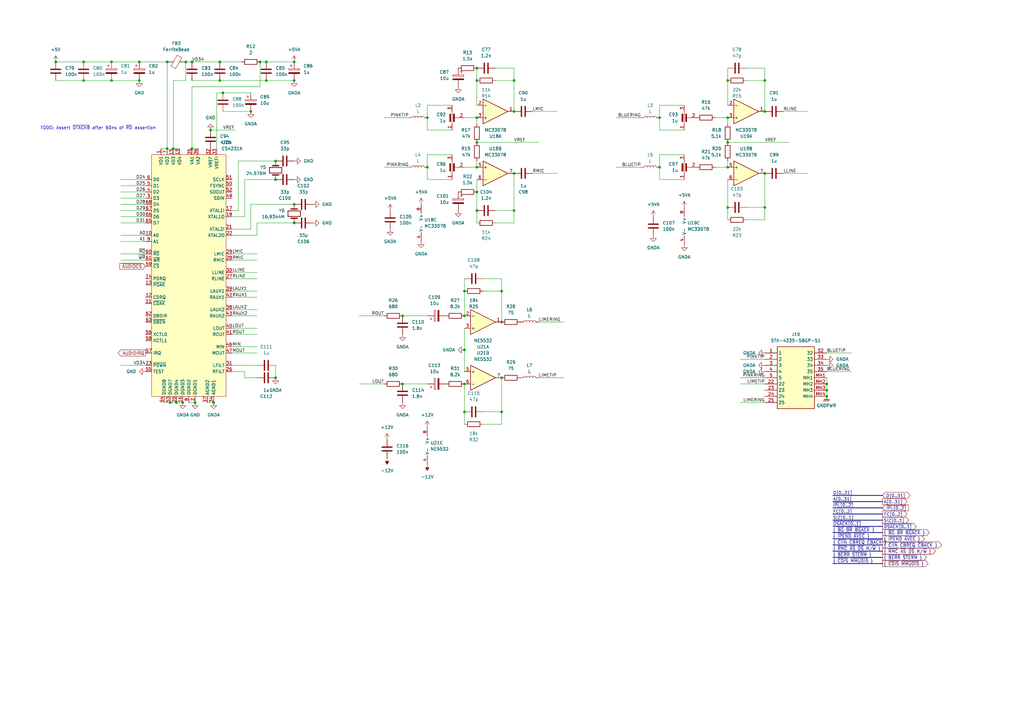
<source format=kicad_sch>
(kicad_sch (version 20230121) (generator eeschema)
  (paper "A3")
  (junction (at 120.65 83.82))
  (junction (at 57.15 25.4))
  (junction (at 102.87 45.72))
  (junction (at 175.26 68.58))
  (junction (at 45.72 25.4))
  (junction (at 175.26 48.26))
  (junction (at 298.45 33.02))
  (junction (at 195.58 58.42))
  (junction (at 120.65 25.4))
  (junction (at 313.69 33.02))
  (junction (at 120.65 91.44))
  (junction (at 210.82 33.02))
  (junction (at 205.74 119.38))
  (junction (at 339.09 162.56))
  (junction (at 90.17 33.02))
  (junction (at 109.22 33.02))
  (junction (at 210.82 71.12))
  (junction (at 113.03 73.66))
  (junction (at 270.51 48.26))
  (junction (at 91.44 38.1))
  (junction (at 34.29 33.02))
  (junction (at 109.22 25.4))
  (junction (at 190.5 143.51))
  (junction (at 195.58 48.26))
  (junction (at 298.45 48.26))
  (junction (at 190.5 119.38))
  (junction (at 90.17 25.4))
  (junction (at 195.58 78.74))
  (junction (at 298.45 85.09))
  (junction (at 205.74 154.94))
  (junction (at 313.69 45.72))
  (junction (at 87.63 165.1))
  (junction (at 190.5 157.48))
  (junction (at 165.1 129.54))
  (junction (at 68.58 25.4))
  (junction (at 71.12 60.96))
  (junction (at 113.03 66.04))
  (junction (at 165.1 157.48))
  (junction (at 69.85 165.1))
  (junction (at 195.58 86.36))
  (junction (at 313.69 85.09))
  (junction (at 313.69 71.12))
  (junction (at 72.39 165.1))
  (junction (at 45.72 33.02))
  (junction (at 68.58 60.96))
  (junction (at 80.01 165.1))
  (junction (at 270.51 68.58))
  (junction (at 86.36 53.34))
  (junction (at 74.93 165.1))
  (junction (at 106.68 25.4))
  (junction (at 22.86 25.4))
  (junction (at 195.58 27.94))
  (junction (at 339.09 157.48))
  (junction (at 339.09 160.02))
  (junction (at 190.5 168.91))
  (junction (at 78.74 60.96))
  (junction (at 195.58 33.02))
  (junction (at 298.45 68.58))
  (junction (at 120.65 33.02))
  (junction (at 34.29 25.4))
  (junction (at 210.82 86.36))
  (junction (at 76.2 25.4))
  (junction (at 205.74 132.08))
  (junction (at 195.58 68.58))
  (junction (at 113.03 154.94))
  (junction (at 190.5 129.54))
  (junction (at 210.82 45.72))
  (junction (at 57.15 33.02))
  (junction (at 78.74 25.4))
  (junction (at 205.74 168.91))
  (junction (at 298.45 58.42))
  (wire (pts (xy 45.72 33.02) (xy 34.29 33.02)))
  (wire (pts (xy 49.53 106.68) (xy 59.69 106.68)))
  (wire (pts (xy 100.33 88.9) (xy 100.33 73.66)))
  (wire (pts (xy 76.2 33.02) (xy 71.12 33.02)))
  (wire (pts (xy 167.64 48.26) (xy 157.48 48.26)))
  (wire (pts (xy 95.25 86.36) (xy 97.79 86.36)))
  (wire (pts (xy 198.12 173.99) (xy 205.74 173.99)))
  (wire (pts (xy 100.33 154.94) (xy 105.41 154.94)))
  (wire (pts (xy 195.58 66.04) (xy 195.58 68.58)))
  (wire (pts (xy 175.26 48.26) (xy 175.26 53.34)))
  (wire (pts (xy 298.45 73.66) (xy 298.45 85.09)))
  (wire (pts (xy 270.51 48.26) (xy 270.51 53.34)))
  (wire (pts (xy 298.45 85.09) (xy 298.45 90.17)))
  (wire (pts (xy 57.15 33.02) (xy 45.72 33.02)))
  (wire (pts (xy 49.53 76.2) (xy 59.69 76.2)))
  (wire (pts (xy 203.2 33.02) (xy 210.82 33.02)))
  (bus (pts (xy 341.63 203.2) (xy 361.95 203.2)))
  (wire (pts (xy 270.51 68.58) (xy 270.51 73.66)))
  (wire (pts (xy 109.22 25.4) (xy 106.68 25.4)))
  (wire (pts (xy 298.45 33.02) (xy 298.45 43.18)))
  (wire (pts (xy 339.09 152.4) (xy 349.25 152.4)))
  (wire (pts (xy 49.53 88.9) (xy 59.69 88.9)))
  (wire (pts (xy 100.33 152.4) (xy 95.25 152.4)))
  (wire (pts (xy 210.82 71.12) (xy 210.82 86.36)))
  (bus (pts (xy 341.63 231.14) (xy 361.95 231.14)))
  (wire (pts (xy 220.98 154.94) (xy 231.14 154.94)))
  (wire (pts (xy 105.41 91.44) (xy 105.41 96.52)))
  (wire (pts (xy 86.36 53.34) (xy 96.52 53.34)))
  (wire (pts (xy 321.31 45.72) (xy 331.47 45.72)))
  (bus (pts (xy 341.63 213.36) (xy 361.95 213.36)))
  (wire (pts (xy 95.25 121.92) (xy 105.41 121.92)))
  (wire (pts (xy 76.2 25.4) (xy 76.2 33.02)))
  (wire (pts (xy 270.51 63.5) (xy 270.51 68.58)))
  (wire (pts (xy 165.1 129.54) (xy 175.26 129.54)))
  (wire (pts (xy 71.12 33.02) (xy 71.12 60.96)))
  (wire (pts (xy 306.07 33.02) (xy 313.69 33.02)))
  (wire (pts (xy 95.25 134.62) (xy 105.41 134.62)))
  (wire (pts (xy 49.53 149.86) (xy 59.69 149.86)))
  (wire (pts (xy 106.68 25.4) (xy 106.68 35.56)))
  (wire (pts (xy 68.58 25.4) (xy 68.58 60.96)))
  (bus (pts (xy 341.63 208.28) (xy 361.95 208.28)))
  (wire (pts (xy 95.25 93.98) (xy 102.87 93.98)))
  (wire (pts (xy 49.53 104.14) (xy 59.69 104.14)))
  (wire (pts (xy 270.51 73.66) (xy 280.67 73.66)))
  (wire (pts (xy 313.69 33.02) (xy 313.69 45.72)))
  (wire (pts (xy 78.74 35.56) (xy 78.74 60.96)))
  (wire (pts (xy 175.26 68.58) (xy 175.26 73.66)))
  (wire (pts (xy 298.45 27.94) (xy 298.45 33.02)))
  (bus (pts (xy 341.63 218.44) (xy 361.95 218.44)))
  (wire (pts (xy 102.87 93.98) (xy 102.87 83.82)))
  (wire (pts (xy 339.09 157.48) (xy 339.09 154.94)))
  (wire (pts (xy 203.2 91.44) (xy 210.82 91.44)))
  (wire (pts (xy 95.25 106.68) (xy 105.41 106.68)))
  (bus (pts (xy 341.63 220.98) (xy 361.95 220.98)))
  (wire (pts (xy 313.69 27.94) (xy 313.69 33.02)))
  (wire (pts (xy 203.2 27.94) (xy 210.82 27.94)))
  (wire (pts (xy 198.12 114.3) (xy 205.74 114.3)))
  (wire (pts (xy 313.69 154.94) (xy 303.53 154.94)))
  (wire (pts (xy 49.53 99.06) (xy 59.69 99.06)))
  (wire (pts (xy 280.67 63.5) (xy 270.51 63.5)))
  (wire (pts (xy 95.25 144.78) (xy 105.41 144.78)))
  (wire (pts (xy 175.26 63.5) (xy 175.26 68.58)))
  (wire (pts (xy 298.45 68.58) (xy 298.45 66.04)))
  (wire (pts (xy 109.22 33.02) (xy 120.65 33.02)))
  (wire (pts (xy 190.5 48.26) (xy 195.58 48.26)))
  (wire (pts (xy 102.87 45.72) (xy 91.44 45.72)))
  (wire (pts (xy 306.07 27.94) (xy 313.69 27.94)))
  (wire (pts (xy 120.65 25.4) (xy 109.22 25.4)))
  (wire (pts (xy 49.53 78.74) (xy 59.69 78.74)))
  (wire (pts (xy 99.06 25.4) (xy 90.17 25.4)))
  (wire (pts (xy 34.29 33.02) (xy 22.86 33.02)))
  (wire (pts (xy 203.2 86.36) (xy 210.82 86.36)))
  (wire (pts (xy 71.12 60.96) (xy 73.66 60.96)))
  (wire (pts (xy 78.74 33.02) (xy 90.17 33.02)))
  (wire (pts (xy 339.09 162.56) (xy 339.09 160.02)))
  (wire (pts (xy 195.58 50.8) (xy 195.58 48.26)))
  (wire (pts (xy 57.15 25.4) (xy 68.58 25.4)))
  (wire (pts (xy 95.25 104.14) (xy 105.41 104.14)))
  (wire (pts (xy 74.93 165.1) (xy 72.39 165.1)))
  (wire (pts (xy 313.69 165.1) (xy 303.53 165.1)))
  (wire (pts (xy 306.07 90.17) (xy 313.69 90.17)))
  (wire (pts (xy 95.25 88.9) (xy 100.33 88.9)))
  (wire (pts (xy 195.58 73.66) (xy 195.58 78.74)))
  (wire (pts (xy 72.39 165.1) (xy 69.85 165.1)))
  (wire (pts (xy 105.41 96.52) (xy 95.25 96.52)))
  (wire (pts (xy 313.69 71.12) (xy 313.69 85.09)))
  (wire (pts (xy 195.58 33.02) (xy 195.58 43.18)))
  (wire (pts (xy 195.58 86.36) (xy 195.58 91.44)))
  (wire (pts (xy 49.53 96.52) (xy 59.69 96.52)))
  (wire (pts (xy 95.25 129.54) (xy 105.41 129.54)))
  (wire (pts (xy 78.74 35.56) (xy 106.68 35.56)))
  (wire (pts (xy 157.48 157.48) (xy 147.32 157.48)))
  (bus (pts (xy 341.63 228.6) (xy 361.95 228.6)))
  (wire (pts (xy 95.25 149.86) (xy 105.41 149.86)))
  (wire (pts (xy 95.25 114.3) (xy 105.41 114.3)))
  (wire (pts (xy 80.01 165.1) (xy 77.47 165.1)))
  (wire (pts (xy 49.53 81.28) (xy 59.69 81.28)))
  (wire (pts (xy 190.5 143.51) (xy 190.5 152.4)))
  (wire (pts (xy 195.58 27.94) (xy 195.58 33.02)))
  (wire (pts (xy 95.25 127) (xy 105.41 127)))
  (wire (pts (xy 270.51 53.34) (xy 280.67 53.34)))
  (wire (pts (xy 198.12 119.38) (xy 205.74 119.38)))
  (bus (pts (xy 341.63 223.52) (xy 361.95 223.52)))
  (wire (pts (xy 95.25 142.24) (xy 105.41 142.24)))
  (wire (pts (xy 339.09 144.78) (xy 349.25 144.78)))
  (wire (pts (xy 313.69 147.32) (xy 303.53 147.32)))
  (wire (pts (xy 190.5 114.3) (xy 190.5 119.38)))
  (wire (pts (xy 293.37 48.26) (xy 298.45 48.26)))
  (wire (pts (xy 321.31 71.12) (xy 331.47 71.12)))
  (wire (pts (xy 190.5 119.38) (xy 190.5 129.54)))
  (wire (pts (xy 190.5 68.58) (xy 195.58 68.58)))
  (wire (pts (xy 22.86 25.4) (xy 34.29 25.4)))
  (wire (pts (xy 95.25 137.16) (xy 105.41 137.16)))
  (wire (pts (xy 306.07 85.09) (xy 313.69 85.09)))
  (wire (pts (xy 95.25 119.38) (xy 105.41 119.38)))
  (bus (pts (xy 341.63 210.82) (xy 361.95 210.82)))
  (wire (pts (xy 90.17 33.02) (xy 109.22 33.02)))
  (wire (pts (xy 113.03 154.94) (xy 113.03 149.86)))
  (wire (pts (xy 175.26 43.18) (xy 175.26 48.26)))
  (wire (pts (xy 45.72 25.4) (xy 57.15 25.4)))
  (wire (pts (xy 34.29 25.4) (xy 45.72 25.4)))
  (wire (pts (xy 205.74 154.94) (xy 205.74 168.91)))
  (wire (pts (xy 205.74 119.38) (xy 205.74 132.08)))
  (wire (pts (xy 298.45 58.42) (xy 323.85 58.42)))
  (wire (pts (xy 100.33 152.4) (xy 100.33 154.94)))
  (wire (pts (xy 185.42 63.5) (xy 175.26 63.5)))
  (wire (pts (xy 175.26 53.34) (xy 185.42 53.34)))
  (wire (pts (xy 78.74 60.96) (xy 81.28 60.96)))
  (wire (pts (xy 339.09 160.02) (xy 339.09 157.48)))
  (wire (pts (xy 49.53 73.66) (xy 59.69 73.66)))
  (wire (pts (xy 49.53 86.36) (xy 59.69 86.36)))
  (wire (pts (xy 313.69 157.48) (xy 303.53 157.48)))
  (wire (pts (xy 175.26 73.66) (xy 185.42 73.66)))
  (wire (pts (xy 195.58 58.42) (xy 220.98 58.42)))
  (wire (pts (xy 167.64 68.58) (xy 157.48 68.58)))
  (wire (pts (xy 97.79 86.36) (xy 97.79 66.04)))
  (wire (pts (xy 210.82 33.02) (xy 210.82 45.72)))
  (wire (pts (xy 100.33 73.66) (xy 113.03 73.66)))
  (wire (pts (xy 185.42 43.18) (xy 175.26 43.18)))
  (wire (pts (xy 313.69 85.09) (xy 313.69 90.17)))
  (wire (pts (xy 205.74 114.3) (xy 205.74 119.38)))
  (wire (pts (xy 198.12 168.91) (xy 205.74 168.91)))
  (wire (pts (xy 210.82 27.94) (xy 210.82 33.02)))
  (wire (pts (xy 262.89 68.58) (xy 252.73 68.58)))
  (wire (pts (xy 90.17 25.4) (xy 78.74 25.4)))
  (wire (pts (xy 190.5 168.91) (xy 190.5 173.99)))
  (wire (pts (xy 262.89 48.26) (xy 252.73 48.26)))
  (wire (pts (xy 88.9 38.1) (xy 91.44 38.1)))
  (wire (pts (xy 218.44 45.72) (xy 228.6 45.72)))
  (wire (pts (xy 190.5 134.62) (xy 190.5 143.51)))
  (wire (pts (xy 66.04 60.96) (xy 68.58 60.96)))
  (wire (pts (xy 78.74 25.4) (xy 76.2 25.4)))
  (wire (pts (xy 210.82 86.36) (xy 210.82 91.44)))
  (wire (pts (xy 95.25 111.76) (xy 105.41 111.76)))
  (wire (pts (xy 97.79 66.04) (xy 113.03 66.04)))
  (wire (pts (xy 88.9 60.96) (xy 88.9 38.1)))
  (wire (pts (xy 157.48 129.54) (xy 147.32 129.54)))
  (wire (pts (xy 87.63 165.1) (xy 85.09 165.1)))
  (wire (pts (xy 105.41 91.44) (xy 120.65 91.44)))
  (wire (pts (xy 293.37 68.58) (xy 298.45 68.58)))
  (wire (pts (xy 298.45 48.26) (xy 298.45 50.8)))
  (wire (pts (xy 205.74 168.91) (xy 205.74 173.99)))
  (wire (pts (xy 280.67 43.18) (xy 270.51 43.18)))
  (wire (pts (xy 190.5 157.48) (xy 190.5 168.91)))
  (wire (pts (xy 91.44 38.1) (xy 102.87 38.1)))
  (wire (pts (xy 49.53 83.82) (xy 59.69 83.82)))
  (wire (pts (xy 195.58 78.74) (xy 195.58 86.36)))
  (wire (pts (xy 69.85 165.1) (xy 67.31 165.1)))
  (wire (pts (xy 218.44 71.12) (xy 228.6 71.12)))
  (wire (pts (xy 102.87 83.82) (xy 120.65 83.82)))
  (wire (pts (xy 220.98 132.08) (xy 231.14 132.08)))
  (wire (pts (xy 49.53 91.44) (xy 59.69 91.44)))
  (bus (pts (xy 341.63 215.9) (xy 361.95 215.9)))
  (wire (pts (xy 270.51 43.18) (xy 270.51 48.26)))
  (bus (pts (xy 341.63 226.06) (xy 361.95 226.06)))
  (wire (pts (xy 165.1 157.48) (xy 175.26 157.48)))
  (bus (pts (xy 341.63 205.74) (xy 361.95 205.74)))
  (text "TODO: Assert ~{DTACK8} after 60ns of ~{RD} assertion" (at 16.51 53.34 0) (effects (font (size 1.27 1.27)) (justify left bottom)))
  (label "~{RD}" (at 59.69 104.14 180))
  (label "FC[0..2]" (at 341.63 210.82 0))
  (label "LOUT" (at 95.25 134.62 0))
  (label "LOUT" (at 157.48 157.48 180))
  (label "~{IPL[0..2]}" (at 341.63 208.28 0))
  (label "LIMERING" (at 313.69 165.1 180))
  (label "PINKTIP" (at 167.64 48.26 180))
  (label "BLUETIP" (at 262.89 68.58 180))
  (label "{ ~{BERR} ~{STERM} }" (at 341.63 228.6 0))
  (label "RAUX1" (at 95.25 121.92 0))
  (label "~{DSACK[0..1]}" (at 341.63 215.9 0))
  (label "{ ~{CIIN} ~{CBREQ} ~{CBACK} }" (at 341.63 223.52 0))
  (label "BLUERING" (at 339.09 152.4 0))
  (label "LMIC" (at 95.25 104.14 0))
  (label "ROUT" (at 95.25 137.16 0))
  (label "VREF" (at 91.44 53.34 0))
  (label "PINKTIP" (at 313.69 147.32 180))
  (label "A1" (at 59.69 99.06 180))
  (label "RMIC" (at 218.44 71.12 0))
  (label "{ ~{BG} ~{BR} ~{BGACK} }" (at 341.63 218.44 0))
  (label "LIMERING" (at 220.98 132.08 0))
  (label "D24" (at 59.69 73.66 180))
  (label "LIMETIP" (at 313.69 157.48 180))
  (label "LAUX1" (at 95.25 119.38 0))
  (label "VREF" (at 210.82 58.42 0))
  (label "D31" (at 59.69 91.44 180))
  (label "PINKRING" (at 167.64 68.58 180))
  (label "{ ~{IPEND} ~{AVEC} }" (at 341.63 220.98 0))
  (label "BLUERING" (at 262.89 48.26 180))
  (label "D30" (at 59.69 88.9 180))
  (label "D28" (at 59.69 83.82 180))
  (label "PINKRING" (at 313.69 154.94 180))
  (label "{ ~{CDIS} ~{MMUDIS} }" (at 341.63 231.14 0))
  (label "RMIC" (at 95.25 106.68 0))
  (label "LAUX2" (at 95.25 127 0))
  (label "D27" (at 59.69 81.28 180))
  (label "LMIC" (at 218.44 45.72 0))
  (label "BLUETIP" (at 339.09 144.78 0))
  (label "A[0..31]" (at 341.63 205.74 0))
  (label "{ ~{RMC} ~{AS} ~{DS} R{slash}~{W} }" (at 341.63 226.06 0))
  (label "D[0..31]" (at 341.63 203.2 0))
  (label "D29" (at 59.69 86.36 180))
  (label "LLINE" (at 95.25 111.76 0))
  (label "LIMETIP" (at 220.98 154.94 0))
  (label "ROUT" (at 157.48 129.54 180))
  (label "VREF" (at 313.69 58.42 0))
  (label "D26" (at 59.69 78.74 180))
  (label "RLINE" (at 95.25 114.3 0))
  (label "SIZ[0..1]" (at 341.63 213.36 0))
  (label "D25" (at 59.69 76.2 180))
  (label "RLINE" (at 321.31 45.72 0))
  (label "MIN" (at 95.25 142.24 0))
  (label "A0" (at 59.69 96.52 180))
  (label "VD34" (at 78.74 25.4 0))
  (label "RAUX2" (at 95.25 129.54 0))
  (label "MOUT" (at 95.25 144.78 0))
  (label "LLINE" (at 321.31 71.12 0))
  (label "~{WR}" (at 59.69 106.68 180))
  (label "VD34" (at 59.69 149.86 180))
  (global_label "{ ~{BERR} ~{STERM} }" (shape output) (at 361.95 228.6 0) (property "Intersheetrefs" "${INTERSHEET_REFS}" (effects hide)))
  (global_label "~{AUDIOCS}" (shape input) (at 59.69 109.22 180) (property "Intersheetrefs" "${INTERSHEET_REFS}" (effects hide)))
  (global_label "~{IPL[0..2]}" (shape input) (at 361.95 208.28 0) (property "Intersheetrefs" "${INTERSHEET_REFS}" (effects hide)))
  (global_label "FC[0..2]" (shape output) (at 361.95 210.82 0) (property "Intersheetrefs" "${INTERSHEET_REFS}" (effects hide)))
  (global_label "{ ~{CDIS} ~{MMUDIS} }" (shape output) (at 361.95 231.14 0) (property "Intersheetrefs" "${INTERSHEET_REFS}" (effects hide)))
  (global_label "{ ~{RMC} ~{AS} ~{DS} R{slash}~{W} }" (shape output) (at 361.95 226.06 0) (property "Intersheetrefs" "${INTERSHEET_REFS}" (effects hide)))
  (global_label "{ ~{IPEND} ~{AVEC} }" (shape output) (at 361.95 220.98 0) (property "Intersheetrefs" "${INTERSHEET_REFS}" (effects hide)))
  (global_label "AUDIOIRQ" (shape output) (at 59.69 144.78 180) (property "Intersheetrefs" "${INTERSHEET_REFS}" (effects hide)))
  (global_label "{ ~{BG} ~{BR} ~{BGACK} }" (shape output) (at 361.95 218.44 0) (property "Intersheetrefs" "${INTERSHEET_REFS}" (effects hide)))
  (global_label "A[0..31]" (shape output) (at 361.95 205.74 0) (property "Intersheetrefs" "${INTERSHEET_REFS}" (effects hide)))
  (global_label "D[0..31]" (shape bidirectional) (at 361.95 203.2 0) (property "Intersheetrefs" "${INTERSHEET_REFS}" (effects hide)))
  (global_label "{ ~{CIIN} ~{CBREQ} ~{CBACK} }" (shape output) (at 361.95 223.52 0) (property "Intersheetrefs" "${INTERSHEET_REFS}" (effects hide)))
  (global_label "~{DSACK[0..1]}" (shape output) (at 361.95 215.9 0) (property "Intersheetrefs" "${INTERSHEET_REFS}" (effects hide)))
  (global_label "SIZ[0..1]" (shape output) (at 361.95 213.36 0) (property "Intersheetrefs" "${INTERSHEET_REFS}" (effects hide)))
  (symbol (lib_id "power:-12V") (at 158.75 187.96 180) (unit 1)
    (property "Reference" "#PWR0254" (effects hide))
    (property "Value" "-12V" (at 158.75 193.04 0))
  )
  (symbol (lib_id "Amplifier_Operational:NE5532") (at 198.12 132.08 0) (mirror x) (unit 1)
    (property "Reference" "U21" (at 198.12 142.24 0))
    (property "Value" "NE5532" (at 198.12 139.7 0))
    (property "Footprint" "Package_DIP:DIP-8_W7.62mm_Socket" (effects hide))
    (property "Datasheet" "http://www.ti.com/lit/ds/symlink/ne5532.pdf" (effects hide))
  )
  (symbol (lib_id "Device:R") (at 195.58 62.23 0) (unit 1)
    (property "Reference" "R19" (at 193.04 60.96 0) (effects (justify right)))
    (property "Value" "47k" (at 193.04 63.5 0) (effects (justify right)))
    (property "Footprint" "Resistor_SMD:R_1206_3216Metric_Pad1.30x1.75mm_HandSolder" (effects hide))
  )
  (symbol (lib_id "Device:R") (at 194.31 173.99 90) (mirror x) (unit 1)
    (property "Reference" "R32" (at 194.31 180.34 90))
    (property "Value" "18k" (at 194.31 177.8 90))
    (property "Footprint" "Resistor_SMD:R_1206_3216Metric_Pad1.30x1.75mm_HandSolder" (effects hide))
  )
  (symbol (lib_id "STX-4335-5BGP-S1:STX-4335-5BGP-S1") (at 313.69 144.78 0) (unit 1)
    (property "Reference" "J19" (at 326.39 137.16 0))
    (property "Value" "STX-4335-5BGP-S1" (at 326.39 139.7 0))
    (property "Footprint" "STX43355BGPS1:STX43355BGPS1" (effects hide))
    (property "Datasheet" "http://www.kycon.com/Pub_Eng_Draw/STX-4335-5BGP-S1.pdf" (effects hide))
    (property "Height" "38.5" (effects hide))
    (property "Mouser Part Number" "806-STX-43355BGPS1" (effects hide))
    (property "Mouser Price/Stock" "https://www.mouser.co.uk/ProductDetail/Kycon/STX-4335-5BGP-S1?qs=44%2Fthr%2FdXZrNk3t%2FW6KWFg%3D%3D" (effects hide))
    (property "Manufacturer_Name" "Kycon" (effects hide))
    (property "Manufacturer_Part_Number" "STX-4335-5BGP-S1" (effects hide))
  )
  (symbol (lib_id "power:GND") (at 59.69 152.4 270) (unit 1)
    (property "Reference" "#PWR0244" (effects hide))
    (property "Value" "GND" (at 55.88 152.4 90) (effects (justify right)))
  )
  (symbol (lib_id "power:+5VA") (at 172.72 83.82 0) (unit 1)
    (property "Reference" "#PWR0228" (effects hide))
    (property "Value" "+5VA" (at 172.72 78.74 0))
  )
  (symbol (lib_id "power:GND") (at 128.27 83.82 90) (unit 1)
    (property "Reference" "#PWR0227" (effects hide))
    (property "Value" "GND" (at 132.08 83.82 90) (effects (justify right)))
  )
  (symbol (lib_id "power:GNDPWR") (at 339.09 162.56 0) (unit 1)
    (property "Reference" "#PWR0247" (effects hide))
    (property "Value" "GNDPWR" (at 338.963 166.37 0))
  )
  (symbol (lib_id "power:+5VA") (at 120.65 25.4 0) (unit 1)
    (property "Reference" "#PWR0219" (effects hide))
    (property "Value" "+5VA" (at 120.65 20.32 0))
  )
  (symbol (lib_id "power:GNDA") (at 187.96 86.36 0) (unit 1)
    (property "Reference" "#PWR0231" (effects hide))
    (property "Value" "GNDA" (at 187.96 91.44 0))
  )
  (symbol (lib_id "Device:L") (at 266.7 48.26 90) (unit 1)
    (property "Reference" "L3" (at 266.7 43.18 90))
    (property "Value" "L" (at 266.7 45.72 90))
    (property "Footprint" "Inductor_SMD:L_1206_3216Metric_Pad1.42x1.75mm_HandSolder" (effects hide))
  )
  (symbol (lib_id "Device:C_Polarized") (at 179.07 129.54 90) (unit 1)
    (property "Reference" "C109" (at 178.181 121.92 90))
    (property "Value" "10u" (at 178.181 124.46 90))
    (property "Footprint" "Capacitor_THT:CP_Radial_D5.0mm_P2.50mm" (effects hide))
  )
  (symbol (lib_id "Device:Crystal") (at 120.65 87.63 270) (mirror x) (unit 1)
    (property "Reference" "Y6" (at 116.84 86.36 90) (effects (justify right)))
    (property "Value" "16.9344M" (at 116.84 88.9 90) (effects (justify right)))
    (property "Footprint" "Crystal:Crystal_HC52-6mm_Vertical" (effects hide))
  )
  (symbol (lib_id "Device:L") (at 171.45 48.26 90) (unit 1)
    (property "Reference" "L2" (at 171.45 43.18 90))
    (property "Value" "L" (at 171.45 45.72 90))
    (property "Footprint" "Inductor_SMD:L_1206_3216Metric_Pad1.42x1.75mm_HandSolder" (effects hide))
  )
  (symbol (lib_id "Device:C_Polarized") (at 187.96 82.55 0) (mirror y) (unit 1)
    (property "Reference" "C101" (at 184.15 80.391 0) (effects (justify left)))
    (property "Value" "10u" (at 184.15 82.931 0) (effects (justify left)))
    (property "Footprint" "Capacitor_THT:CP_Radial_D5.0mm_P2.50mm" (effects hide))
  )
  (symbol (lib_id "power:GNDA") (at 339.09 149.86 90) (mirror x) (unit 1)
    (property "Reference" "#PWR0243" (effects hide))
    (property "Value" "GNDA" (at 342.9 149.86 90) (effects (justify right)))
  )
  (symbol (lib_id "power:+12V") (at 158.75 180.34 0) (unit 1)
    (property "Reference" "#PWR0253" (effects hide))
    (property "Value" "+12V" (at 158.75 175.26 0))
  )
  (symbol (lib_id "power:+12V") (at 175.26 175.26 0) (unit 1)
    (property "Reference" "#PWR0252" (effects hide))
    (property "Value" "+12V" (at 175.26 170.18 0))
  )
  (symbol (lib_id "Device:C_Polarized") (at 179.07 157.48 90) (unit 1)
    (property "Reference" "C113" (at 178.181 149.86 90))
    (property "Value" "10u" (at 178.181 152.4 90))
    (property "Footprint" "Capacitor_THT:CP_Radial_D5.0mm_P2.50mm" (effects hide))
  )
  (symbol (lib_id "power:GNDA") (at 113.03 154.94 0) (unit 1)
    (property "Reference" "#PWR0246" (effects hide))
    (property "Value" "GNDA" (at 113.03 160.02 0))
  )
  (symbol (lib_id "power:GNDA") (at 165.1 137.16 0) (unit 1)
    (property "Reference" "#PWR0238" (effects hide))
    (property "Value" "GNDA" (at 165.1 142.24 0))
  )
  (symbol (lib_id "Device:C") (at 116.84 66.04 90) (unit 1)
    (property "Reference" "C95" (at 116.84 58.42 90))
    (property "Value" "33p" (at 116.84 60.96 90))
    (property "Footprint" "Capacitor_SMD:C_1206_3216Metric_Pad1.33x1.80mm_HandSolder" (effects hide))
  )
  (symbol (lib_id "Device:L") (at 217.17 132.08 90) (unit 1)
    (property "Reference" "L6" (at 217.17 127 90))
    (property "Value" "L" (at 217.17 129.54 90))
    (property "Footprint" "Inductor_SMD:L_1206_3216Metric_Pad1.42x1.75mm_HandSolder" (effects hide))
  )
  (symbol (lib_id "Amplifier_Operational:MC33078") (at 175.26 91.44 0) (unit 3)
    (property "Reference" "U18" (at 173.99 90.17 0) (effects (justify left)))
    (property "Value" "MC33078" (at 173.99 92.71 0) (effects (justify left)))
    (property "Footprint" "Package_DIP:DIP-8_W7.62mm_Socket" (effects hide))
    (property "Datasheet" "https://www.onsemi.com/pub/Collateral/MC33078-D.PDF" (effects hide))
  )
  (symbol (lib_id "Device:C") (at 214.63 45.72 90) (unit 1)
    (property "Reference" "C90" (at 214.63 38.1 90))
    (property "Value" "1u" (at 214.63 40.64 90))
    (property "Footprint" "Capacitor_SMD:C_1206_3216Metric_Pad1.33x1.80mm_HandSolder" (effects hide))
  )
  (symbol (lib_id "Device:R") (at 161.29 157.48 90) (unit 1)
    (property "Reference" "R30" (at 161.29 151.13 90))
    (property "Value" "680" (at 161.29 153.67 90))
    (property "Footprint" "Resistor_SMD:R_1206_3216Metric_Pad1.30x1.75mm_HandSolder" (effects hide))
  )
  (symbol (lib_id "Device:C") (at 124.46 83.82 90) (unit 1)
    (property "Reference" "C102" (at 124.46 76.2 90))
    (property "Value" "33p" (at 124.46 78.74 90))
    (property "Footprint" "Capacitor_SMD:C_1206_3216Metric_Pad1.33x1.80mm_HandSolder" (effects hide))
  )
  (symbol (lib_id "power:GNDA") (at 120.65 33.02 0) (unit 1)
    (property "Reference" "#PWR0221" (effects hide))
    (property "Value" "GNDA" (at 120.65 38.1 0))
  )
  (symbol (lib_id "Device:C") (at 165.1 133.35 0) (unit 1)
    (property "Reference" "C110" (at 168.91 132.08 0) (effects (justify left)))
    (property "Value" "1.8n" (at 168.91 134.62 0) (effects (justify left)))
    (property "Footprint" "Capacitor_SMD:C_1206_3216Metric_Pad1.33x1.80mm_HandSolder" (effects hide))
  )
  (symbol (lib_id "Device:C_Feedthrough") (at 283.21 68.58 90) (unit 1)
    (property "Reference" "C97" (at 278.13 67.31 90) (effects (justify left)))
    (property "Value" "1u" (at 278.13 69.85 90) (effects (justify left)))
    (property "Footprint" "Capacitor_THT:CP_Radial_D5.0mm_P2.50mm" (effects hide))
  )
  (symbol (lib_id "Device:L") (at 217.17 154.94 90) (unit 1)
    (property "Reference" "L7" (at 217.17 149.86 90))
    (property "Value" "L" (at 217.17 152.4 90))
    (property "Footprint" "Inductor_SMD:L_1206_3216Metric_Pad1.42x1.75mm_HandSolder" (effects hide))
  )
  (symbol (lib_id "Device:C") (at 158.75 184.15 0) (unit 1)
    (property "Reference" "C116" (at 162.56 182.88 0) (effects (justify left)))
    (property "Value" "100n" (at 162.56 185.42 0) (effects (justify left)))
    (property "Footprint" "Capacitor_SMD:C_1210_3225Metric" (effects hide))
  )
  (symbol (lib_id "power:-12V") (at 175.26 190.5 180) (unit 1)
    (property "Reference" "#PWR0255" (effects hide))
    (property "Value" "-12V" (at 175.26 195.58 0))
  )
  (symbol (lib_id "Device:R") (at 199.39 91.44 90) (mirror x) (unit 1)
    (property "Reference" "R24" (at 199.39 97.79 90))
    (property "Value" "11k" (at 199.39 95.25 90))
    (property "Footprint" "Resistor_SMD:R_1206_3216Metric_Pad1.30x1.75mm_HandSolder" (effects hide))
  )
  (symbol (lib_id "Device:R") (at 298.45 62.23 0) (unit 1)
    (property "Reference" "R20" (at 295.91 60.96 0) (effects (justify right)))
    (property "Value" "5.1k" (at 295.91 63.5 0) (effects (justify right)))
    (property "Footprint" "Resistor_SMD:R_1206_3216Metric_Pad1.30x1.75mm_HandSolder" (effects hide))
  )
  (symbol (lib_id "Device:Crystal") (at 113.03 69.85 270) (mirror x) (unit 1)
    (property "Reference" "Y5" (at 109.22 68.58 90) (effects (justify right)))
    (property "Value" "24.576M" (at 109.22 71.12 90) (effects (justify right)))
    (property "Footprint" "Crystal:Crystal_HC52-6mm_Vertical" (effects hide))
  )
  (symbol (lib_id "power:GNDA") (at 160.02 93.98 0) (unit 1)
    (property "Reference" "#PWR0234" (effects hide))
    (property "Value" "GNDA" (at 160.02 99.06 0))
  )
  (symbol (lib_id "power:GNDA") (at 87.63 165.1 0) (unit 1)
    (property "Reference" "#PWR0250" (effects hide))
    (property "Value" "GNDA" (at 87.63 170.18 0))
  )
  (symbol (lib_id "Device:C_Polarized") (at 120.65 29.21 0) (unit 1)
    (property "Reference" "C86" (at 124.46 27.051 0) (effects (justify left)))
    (property "Value" "1u" (at 124.46 29.591 0) (effects (justify left)))
    (property "Footprint" "Capacitor_THT:CP_Radial_D5.0mm_P2.50mm" (effects hide))
  )
  (symbol (lib_id "power:GNDA") (at 165.1 165.1 0) (unit 1)
    (property "Reference" "#PWR0251" (effects hide))
    (property "Value" "GNDA" (at 165.1 170.18 0))
  )
  (symbol (lib_id "Device:C_Feedthrough") (at 283.21 48.26 90) (unit 1)
    (property "Reference" "C93" (at 278.13 46.99 90) (effects (justify left)))
    (property "Value" "1u" (at 278.13 49.53 90) (effects (justify left)))
    (property "Footprint" "Capacitor_THT:CP_Radial_D5.0mm_P2.50mm" (effects hide))
  )
  (symbol (lib_id "Device:R") (at 199.39 33.02 90) (mirror x) (unit 1)
    (property "Reference" "R14" (at 199.39 39.37 90))
    (property "Value" "11k" (at 199.39 36.83 90))
    (property "Footprint" "Resistor_SMD:R_1206_3216Metric_Pad1.30x1.75mm_HandSolder" (effects hide))
  )
  (symbol (lib_id "power:GNDA") (at 280.67 100.33 0) (unit 1)
    (property "Reference" "#PWR0237" (effects hide))
    (property "Value" "GNDA" (at 280.67 105.41 0))
  )
  (symbol (lib_id "Device:R") (at 289.56 68.58 90) (unit 1)
    (property "Reference" "R21" (at 289.56 62.23 90))
    (property "Value" "47k" (at 289.56 64.77 90))
    (property "Footprint" "Resistor_SMD:R_1206_3216Metric_Pad1.30x1.75mm_HandSolder" (effects hide))
  )
  (symbol (lib_id "power:GND") (at 120.65 66.04 90) (unit 1)
    (property "Reference" "#PWR0225" (effects hide))
    (property "Value" "GND" (at 124.46 66.04 90) (effects (justify right)))
  )
  (symbol (lib_id "Device:C") (at 302.26 27.94 90) (unit 1)
    (property "Reference" "C78" (at 302.26 20.32 90))
    (property "Value" "47p" (at 302.26 22.86 90))
    (property "Footprint" "Capacitor_SMD:C_1206_3216Metric_Pad1.33x1.80mm_HandSolder" (effects hide))
  )
  (symbol (lib_id "Amplifier_Operational:MC33078") (at 283.21 92.71 0) (unit 3)
    (property "Reference" "U19" (at 281.94 91.44 0) (effects (justify left)))
    (property "Value" "MC33078" (at 281.94 93.98 0) (effects (justify left)))
    (property "Footprint" "Package_DIP:DIP-8_W7.62mm_Socket" (effects hide))
    (property "Datasheet" "https://www.onsemi.com/pub/Collateral/MC33078-D.PDF" (effects hide))
  )
  (symbol (lib_id "Device:C") (at 160.02 90.17 0) (unit 1)
    (property "Reference" "C105" (at 163.83 88.9 0) (effects (justify left)))
    (property "Value" "100n" (at 163.83 91.44 0) (effects (justify left)))
    (property "Footprint" "Capacitor_SMD:C_1206_3216Metric_Pad1.33x1.80mm_HandSolder" (effects hide))
  )
  (symbol (lib_id "Device:C") (at 214.63 71.12 90) (mirror x) (unit 1)
    (property "Reference" "C98" (at 214.63 78.74 90))
    (property "Value" "1u" (at 214.63 76.2 90))
    (property "Footprint" "Capacitor_SMD:C_1206_3216Metric_Pad1.33x1.80mm_HandSolder" (effects hide))
  )
  (symbol (lib_id "Device:C") (at 78.74 29.21 0) (unit 1)
    (property "Reference" "C83" (at 82.55 27.94 0) (effects (justify left)))
    (property "Value" "100n" (at 82.55 30.48 0) (effects (justify left)))
    (property "Footprint" "Capacitor_SMD:C_1206_3216Metric_Pad1.33x1.80mm_HandSolder" (effects hide))
  )
  (symbol (lib_id "Device:R") (at 209.55 132.08 90) (unit 1)
    (property "Reference" "R28" (at 209.55 125.73 90))
    (property "Value" "75" (at 209.55 128.27 90))
    (property "Footprint" "Resistor_SMD:R_1206_3216Metric_Pad1.30x1.75mm_HandSolder" (effects hide))
  )
  (symbol (lib_id "power:+5V") (at 22.86 25.4 0) (unit 1)
    (property "Reference" "#PWR0218" (effects hide))
    (property "Value" "+5V" (at 22.86 20.32 0))
  )
  (symbol (lib_id "power:GNDA") (at 187.96 35.56 0) (unit 1)
    (property "Reference" "#PWR0222" (effects hide))
    (property "Value" "GNDA" (at 187.96 40.64 0))
  )
  (symbol (lib_id "Device:FerriteBead") (at 72.39 25.4 90) (unit 1)
    (property "Reference" "FB3" (at 72.3392 17.78 90))
    (property "Value" "FerriteBead" (at 72.3392 20.32 90))
    (property "Footprint" "Inductor_THT:L_Axial_L5.3mm_D2.2mm_P2.54mm_Vertical_Vishay_IM-1" (effects hide))
  )
  (symbol (lib_id "power:GNDA") (at 339.09 147.32 90) (mirror x) (unit 1)
    (property "Reference" "#PWR0241" (effects hide))
    (property "Value" "GNDA" (at 342.9 147.32 90) (effects (justify right)))
  )
  (symbol (lib_id "power:GNDA") (at 313.69 152.4 270) (unit 1)
    (property "Reference" "#PWR0245" (effects hide))
    (property "Value" "GNDA" (at 309.88 152.4 90) (effects (justify right)))
  )
  (symbol (lib_id "Device:C") (at 194.31 114.3 90) (unit 1)
    (property "Reference" "C108" (at 194.31 106.68 90))
    (property "Value" "47p" (at 194.31 109.22 90))
    (property "Footprint" "Capacitor_SMD:C_1206_3216Metric_Pad1.33x1.80mm_HandSolder" (effects hide))
  )
  (symbol (lib_id "Device:R") (at 289.56 48.26 90) (unit 1)
    (property "Reference" "R16" (at 289.56 41.91 90))
    (property "Value" "47k" (at 289.56 44.45 90))
    (property "Footprint" "Resistor_SMD:R_1206_3216Metric_Pad1.30x1.75mm_HandSolder" (effects hide))
  )
  (symbol (lib_id "Device:R") (at 186.69 129.54 90) (unit 1)
    (property "Reference" "R27" (at 186.69 123.19 90))
    (property "Value" "8.2k" (at 186.69 125.73 90))
    (property "Footprint" "Resistor_SMD:R_1206_3216Metric_Pad1.30x1.75mm_HandSolder" (effects hide))
  )
  (symbol (lib_id "m68k-hbc-ic:CS4231A") (at 77.47 111.76 0) (unit 1)
    (property "Reference" "U20" (at 90.8559 58.42 0) (effects (justify left)))
    (property "Value" "CS4231A" (at 90.8559 60.96 0) (effects (justify left)))
    (property "Footprint" "Package_LCC:PLCC-68_THT-Socket" (effects hide))
  )
  (symbol (lib_id "Device:R") (at 194.31 119.38 90) (mirror x) (unit 1)
    (property "Reference" "R25" (at 194.31 125.73 90))
    (property "Value" "18k" (at 194.31 123.19 90))
    (property "Footprint" "Resistor_SMD:R_1206_3216Metric_Pad1.30x1.75mm_HandSolder" (effects hide))
  )
  (symbol (lib_id "power:+5VA") (at 160.02 86.36 0) (unit 1)
    (property "Reference" "#PWR0230" (effects hide))
    (property "Value" "+5VA" (at 160.02 81.28 0))
  )
  (symbol (lib_id "Device:C_Feedthrough") (at 187.96 48.26 90) (unit 1)
    (property "Reference" "C92" (at 182.88 46.99 90) (effects (justify left)))
    (property "Value" "1u" (at 182.88 49.53 90) (effects (justify left)))
    (property "Footprint" "Capacitor_THT:CP_Radial_D5.0mm_P2.50mm" (effects hide))
  )
  (symbol (lib_id "power:GNDA") (at 313.69 149.86 270) (unit 1)
    (property "Reference" "#PWR0242" (effects hide))
    (property "Value" "GNDA" (at 309.88 149.86 90) (effects (justify right)))
  )
  (symbol (lib_id "power:GNDA") (at 74.93 165.1 0) (unit 1)
    (property "Reference" "#PWR0248" (effects hide))
    (property "Value" "GNDA" (at 74.93 170.18 0))
  )
  (symbol (lib_id "Device:C_Polarized") (at 187.96 31.75 0) (mirror y) (unit 1)
    (property "Reference" "C87" (at 184.15 29.591 0) (effects (justify left)))
    (property "Value" "10u" (at 184.15 32.131 0) (effects (justify left)))
    (property "Footprint" "Capacitor_THT:CP_Radial_D5.0mm_P2.50mm" (effects hide))
  )
  (symbol (lib_id "Device:C") (at 34.29 29.21 0) (unit 1)
    (property "Reference" "C80" (at 38.1 27.94 0) (effects (justify left)))
    (property "Value" "100n" (at 38.1 30.48 0) (effects (justify left)))
    (property "Footprint" "Capacitor_SMD:C_1206_3216Metric_Pad1.33x1.80mm_HandSolder" (effects hide))
  )
  (symbol (lib_id "power:GNDA") (at 172.72 99.06 0) (unit 1)
    (property "Reference" "#PWR0236" (effects hide))
    (property "Value" "GNDA" (at 172.72 104.14 0))
  )
  (symbol (lib_id "Device:C") (at 302.26 85.09 90) (unit 1)
    (property "Reference" "C103" (at 302.26 77.47 90))
    (property "Value" "47p" (at 302.26 80.01 90))
    (property "Footprint" "Capacitor_SMD:C_1206_3216Metric_Pad1.33x1.80mm_HandSolder" (effects hide))
  )
  (symbol (lib_id "Device:R") (at 191.77 78.74 90) (unit 1)
    (property "Reference" "R22" (at 191.77 72.39 90))
    (property "Value" "1.5k" (at 191.77 74.93 90))
    (property "Footprint" "Resistor_SMD:R_1206_3216Metric_Pad1.30x1.75mm_HandSolder" (effects hide))
  )
  (symbol (lib_id "power:GND") (at 120.65 73.66 90) (unit 1)
    (property "Reference" "#PWR0226" (effects hide))
    (property "Value" "GND" (at 124.46 73.66 90) (effects (justify right)))
  )
  (symbol (lib_id "Amplifier_Operational:NE5532") (at 177.8 182.88 0) (unit 3)
    (property "Reference" "U21" (at 176.53 181.61 0) (effects (justify left)))
    (property "Value" "NE5532" (at 176.53 184.15 0) (effects (justify left)))
    (property "Footprint" "Package_DIP:DIP-8_W7.62mm_Socket" (effects hide))
    (property "Datasheet" "http://www.ti.com/lit/ds/symlink/ne5532.pdf" (effects hide))
  )
  (symbol (lib_id "Device:R") (at 298.45 54.61 0) (mirror y) (unit 1)
    (property "Reference" "R18" (at 295.91 53.34 0) (effects (justify left)))
    (property "Value" "5.1k" (at 295.91 55.88 0) (effects (justify left)))
    (property "Footprint" "Resistor_SMD:R_1206_3216Metric_Pad1.30x1.75mm_HandSolder" (effects hide))
  )
  (symbol (lib_id "Device:C") (at 194.31 168.91 90) (unit 1)
    (property "Reference" "C115" (at 194.31 161.29 90))
    (property "Value" "47p" (at 194.31 163.83 90))
    (property "Footprint" "Capacitor_SMD:C_1206_3216Metric_Pad1.33x1.80mm_HandSolder" (effects hide))
  )
  (symbol (lib_id "Device:L") (at 171.45 68.58 90) (unit 1)
    (property "Reference" "L4" (at 171.45 63.5 90))
    (property "Value" "L" (at 171.45 66.04 90))
    (property "Footprint" "Inductor_SMD:L_1206_3216Metric_Pad1.42x1.75mm_HandSolder" (effects hide))
  )
  (symbol (lib_id "Device:C") (at 116.84 73.66 90) (mirror x) (unit 1)
    (property "Reference" "C100" (at 116.84 81.28 90))
    (property "Value" "33p" (at 116.84 78.74 90))
    (property "Footprint" "Capacitor_SMD:C_1206_3216Metric_Pad1.33x1.80mm_HandSolder" (effects hide))
  )
  (symbol (lib_id "Device:C") (at 124.46 91.44 90) (mirror x) (unit 1)
    (property "Reference" "C106" (at 124.46 99.06 90))
    (property "Value" "33p" (at 124.46 96.52 90))
    (property "Footprint" "Capacitor_SMD:C_1206_3216Metric_Pad1.33x1.80mm_HandSolder" (effects hide))
  )
  (symbol (lib_id "Device:C") (at 199.39 27.94 90) (unit 1)
    (property "Reference" "C77" (at 199.39 20.32 90))
    (property "Value" "1.2n" (at 199.39 22.86 90))
    (property "Footprint" "Capacitor_SMD:C_1206_3216Metric_Pad1.33x1.80mm_HandSolder" (effects hide))
  )
  (symbol (lib_id "Device:C_Feedthrough") (at 187.96 68.58 90) (unit 1)
    (property "Reference" "C96" (at 182.88 67.31 90) (effects (justify left)))
    (property "Value" "1u" (at 182.88 69.85 90) (effects (justify left)))
    (property "Footprint" "Capacitor_THT:CP_Radial_D5.0mm_P2.50mm" (effects hide))
  )
  (symbol (lib_id "Device:C") (at 109.22 149.86 90) (unit 1)
    (property "Reference" "C111" (at 109.22 142.24 90))
    (property "Value" "1u" (at 109.22 144.78 90))
    (property "Footprint" "Capacitor_SMD:C_1206_3216Metric_Pad1.33x1.80mm_HandSolder" (effects hide))
  )
  (symbol (lib_id "power:GND") (at 128.27 91.44 90) (unit 1)
    (property "Reference" "#PWR0233" (effects hide))
    (property "Value" "GND" (at 132.08 91.44 90) (effects (justify right)))
  )
  (symbol (lib_id "Device:C_Polarized") (at 45.72 29.21 0) (unit 1)
    (property "Reference" "C81" (at 49.53 27.051 0) (effects (justify left)))
    (property "Value" "1u" (at 49.53 29.591 0) (effects (justify left)))
    (property "Footprint" "Capacitor_THT:CP_Radial_D5.0mm_P2.50mm" (effects hide))
  )
  (symbol (lib_id "power:GNDA") (at 102.87 45.72 0) (unit 1)
    (property "Reference" "#PWR0223" (effects hide))
    (property "Value" "GNDA" (at 102.87 50.8 0))
  )
  (symbol (lib_id "Device:R") (at 102.87 25.4 90) (unit 1)
    (property "Reference" "R12" (at 102.87 19.05 90))
    (property "Value" "2" (at 102.87 21.59 90))
    (property "Footprint" "Resistor_SMD:R_1206_3216Metric_Pad1.30x1.75mm_HandSolder" (effects hide))
  )
  (symbol (lib_id "Device:C") (at 199.39 86.36 90) (unit 1)
    (property "Reference" "C104" (at 199.39 78.74 90))
    (property "Value" "1.2n" (at 199.39 81.28 90))
    (property "Footprint" "Capacitor_SMD:C_1206_3216Metric_Pad1.33x1.80mm_HandSolder" (effects hide))
  )
  (symbol (lib_id "power:+5VA") (at 267.97 88.9 0) (unit 1)
    (property "Reference" "#PWR0232" (effects hide))
    (property "Value" "+5VA" (at 267.97 83.82 0))
  )
  (symbol (lib_id "power:GND") (at 80.01 165.1 0) (unit 1)
    (property "Reference" "#PWR0249" (effects hide))
    (property "Value" "GND" (at 80.01 170.18 0))
  )
  (symbol (lib_id "Device:R") (at 186.69 157.48 90) (unit 1)
    (property "Reference" "R31" (at 186.69 151.13 90))
    (property "Value" "8.2k" (at 186.69 153.67 90))
    (property "Footprint" "Resistor_SMD:R_1206_3216Metric_Pad1.30x1.75mm_HandSolder" (effects hide))
  )
  (symbol (lib_id "power:GNDA") (at 313.69 144.78 270) (unit 1)
    (property "Reference" "#PWR0240" (effects hide))
    (property "Value" "GNDA" (at 309.88 144.78 90) (effects (justify right)))
  )
  (symbol (lib_id "Device:C") (at 90.17 29.21 0) (unit 1)
    (property "Reference" "C84" (at 93.98 27.94 0) (effects (justify left)))
    (property "Value" "100n" (at 93.98 30.48 0) (effects (justify left)))
    (property "Footprint" "Capacitor_SMD:C_1206_3216Metric_Pad1.33x1.80mm_HandSolder" (effects hide))
  )
  (symbol (lib_id "Device:R") (at 209.55 154.94 90) (unit 1)
    (property "Reference" "R29" (at 209.55 148.59 90))
    (property "Value" "75" (at 209.55 151.13 90))
    (property "Footprint" "Resistor_SMD:R_1206_3216Metric_Pad1.30x1.75mm_HandSolder" (effects hide))
  )
  (symbol (lib_id "Device:R") (at 195.58 54.61 0) (mirror y) (unit 1)
    (property "Reference" "R17" (at 193.04 53.34 0) (effects (justify left)))
    (property "Value" "47k" (at 193.04 55.88 0) (effects (justify left)))
    (property "Footprint" "Resistor_SMD:R_1206_3216Metric_Pad1.30x1.75mm_HandSolder" (effects hide))
  )
  (symbol (lib_id "Device:R") (at 191.77 27.94 90) (unit 1)
    (property "Reference" "R13" (at 191.77 21.59 90))
    (property "Value" "1.5k" (at 191.77 24.13 90))
    (property "Footprint" "Resistor_SMD:R_1206_3216Metric_Pad1.30x1.75mm_HandSolder" (effects hide))
  )
  (symbol (lib_id "power:GNDA") (at 190.5 143.51 270) (unit 1)
    (property "Reference" "#PWR0239" (effects hide))
    (property "Value" "GNDA" (at 186.69 143.51 90) (effects (justify right)))
  )
  (symbol (lib_id "Amplifier_Operational:MC33078") (at 306.07 45.72 0) (mirror x) (unit 1)
    (property "Reference" "U19" (at 306.07 55.88 0))
    (property "Value" "MC33078" (at 306.07 53.34 0))
    (property "Footprint" "Package_DIP:DIP-8_W7.62mm_Socket" (effects hide))
    (property "Datasheet" "https://www.onsemi.com/pub/Collateral/MC33078-D.PDF" (effects hide))
  )
  (symbol (lib_id "Device:L") (at 266.7 68.58 90) (unit 1)
    (property "Reference" "L5" (at 266.7 63.5 90))
    (property "Value" "L" (at 266.7 66.04 90))
    (property "Footprint" "Inductor_SMD:L_1206_3216Metric_Pad1.42x1.75mm_HandSolder" (effects hide))
  )
  (symbol (lib_id "Device:C") (at 91.44 41.91 0) (unit 1)
    (property "Reference" "C88" (at 95.25 40.64 0) (effects (justify left)))
    (property "Value" "100n" (at 95.25 43.18 0) (effects (justify left)))
    (property "Footprint" "Capacitor_SMD:C_1206_3216Metric_Pad1.33x1.80mm_HandSolder" (effects hide))
  )
  (symbol (lib_id "Device:R") (at 302.26 90.17 90) (mirror x) (unit 1)
    (property "Reference" "R23" (at 302.26 96.52 90))
    (property "Value" "22k" (at 302.26 93.98 90))
    (property "Footprint" "Resistor_SMD:R_1206_3216Metric_Pad1.30x1.75mm_HandSolder" (effects hide))
  )
  (symbol (lib_id "Device:C") (at 165.1 161.29 0) (unit 1)
    (property "Reference" "C114" (at 168.91 160.02 0) (effects (justify left)))
    (property "Value" "1.8n" (at 168.91 162.56 0) (effects (justify left)))
    (property "Footprint" "Capacitor_SMD:C_1206_3216Metric_Pad1.33x1.80mm_HandSolder" (effects hide))
  )
  (symbol (lib_id "power:GND") (at 57.15 33.02 0) (unit 1)
    (property "Reference" "#PWR0220" (effects hide))
    (property "Value" "GND" (at 57.15 38.1 0))
  )
  (symbol (lib_id "power:+5VA") (at 280.67 85.09 0) (unit 1)
    (property "Reference" "#PWR0229" (effects hide))
    (property "Value" "+5VA" (at 280.67 80.01 0))
  )
  (symbol (lib_id "Device:C_Polarized") (at 57.15 29.21 0) (unit 1)
    (property "Reference" "C82" (at 60.96 27.051 0) (effects (justify left)))
    (property "Value" "1u" (at 60.96 29.591 0) (effects (justify left)))
    (property "Footprint" "Capacitor_THT:CP_Radial_D5.0mm_P2.50mm" (effects hide))
  )
  (symbol (lib_id "Amplifier_Operational:NE5532") (at 198.12 154.94 0) (unit 2)
    (property "Reference" "U21" (at 198.12 144.78 0))
    (property "Value" "NE5532" (at 198.12 147.32 0))
    (property "Footprint" "Package_DIP:DIP-8_W7.62mm_Socket" (effects hide))
    (property "Datasheet" "http://www.ti.com/lit/ds/symlink/ne5532.pdf" (effects hide))
  )
  (symbol (lib_id "Amplifier_Operational:MC33078") (at 203.2 45.72 0) (mirror x) (unit 1)
    (property "Reference" "U18" (at 203.2 55.88 0))
    (property "Value" "MC33078" (at 203.2 53.34 0))
    (property "Footprint" "Package_DIP:DIP-8_W7.62mm_Socket" (effects hide))
    (property "Datasheet" "https://www.onsemi.com/pub/Collateral/MC33078-D.PDF" (effects hide))
  )
  (symbol (lib_id "Device:C") (at 317.5 71.12 90) (unit 1)
    (property "Reference" "C99" (at 317.5 63.5 90))
    (property "Value" "1u" (at 317.5 66.04 90))
    (property "Footprint" "Capacitor_SMD:C_1206_3216Metric_Pad1.33x1.80mm_HandSolder" (effects hide))
  )
  (symbol (lib_id "Device:C") (at 317.5 45.72 90) (unit 1)
    (property "Reference" "C91" (at 317.5 38.1 90))
    (property "Value" "1u" (at 317.5 40.64 90))
    (property "Footprint" "Capacitor_SMD:C_1206_3216Metric_Pad1.33x1.80mm_HandSolder" (effects hide))
  )
  (symbol (lib_id "Device:C") (at 86.36 57.15 0) (unit 1)
    (property "Reference" "C94" (at 90.17 55.88 0) (effects (justify left)))
    (property "Value" "470n" (at 90.17 58.42 0) (effects (justify left)))
    (property "Footprint" "Capacitor_SMD:C_1206_3216Metric_Pad1.33x1.80mm_HandSolder" (effects hide))
  )
  (symbol (lib_id "Device:C_Polarized") (at 102.87 41.91 0) (unit 1)
    (property "Reference" "C89" (at 106.68 39.751 0) (effects (justify left)))
    (property "Value" "10u" (at 106.68 42.291 0) (effects (justify left)))
    (property "Footprint" "Capacitor_THT:CP_Radial_D5.0mm_P2.50mm" (effects hide))
  )
  (symbol (lib_id "power:GNDA") (at 267.97 96.52 0) (unit 1)
    (property "Reference" "#PWR0235" (effects hide))
    (property "Value" "GNDA" (at 267.97 101.6 0))
  )
  (symbol (lib_id "Device:R") (at 302.26 33.02 90) (mirror x) (unit 1)
    (property "Reference" "R15" (at 302.26 39.37 90))
    (property "Value" "22k" (at 302.26 36.83 90))
    (property "Footprint" "Resistor_SMD:R_1206_3216Metric_Pad1.30x1.75mm_HandSolder" (effects hide))
  )
  (symbol (lib_id "Device:C") (at 109.22 154.94 90) (mirror x) (unit 1)
    (property "Reference" "C112" (at 109.22 162.56 90))
    (property "Value" "1u" (at 109.22 160.02 90))
    (property "Footprint" "Capacitor_SMD:C_1206_3216Metric_Pad1.33x1.80mm_HandSolder" (effects hide))
  )
  (symbol (lib_id "Device:R") (at 161.29 129.54 90) (unit 1)
    (property "Reference" "R26" (at 161.29 123.19 90))
    (property "Value" "680" (at 161.29 125.73 90))
    (property "Footprint" "Resistor_SMD:R_1206_3216Metric_Pad1.30x1.75mm_HandSolder" (effects hide))
  )
  (symbol (lib_id "Device:C") (at 109.22 29.21 0) (unit 1)
    (property "Reference" "C85" (at 113.03 27.94 0) (effects (justify left)))
    (property "Value" "100n" (at 113.03 30.48 0) (effects (justify left)))
    (property "Footprint" "Capacitor_SMD:C_1206_3216Metric_Pad1.33x1.80mm_HandSolder" (effects hide))
  )
  (symbol (lib_id "Device:C") (at 267.97 92.71 0) (unit 1)
    (property "Reference" "C107" (at 271.78 91.44 0) (effects (justify left)))
    (property "Value" "100n" (at 271.78 93.98 0) (effects (justify left)))
    (property "Footprint" "Capacitor_SMD:C_1206_3216Metric_Pad1.33x1.80mm_HandSolder" (effects hide))
  )
  (symbol (lib_id "power:GND") (at 86.36 53.34 180) (unit 1)
    (property "Reference" "#PWR0224" (effects hide))
    (property "Value" "GND" (at 86.36 48.26 0))
  )
  (symbol (lib_id "Amplifier_Operational:MC33078") (at 203.2 71.12 0) (unit 2)
    (property "Reference" "U18" (at 203.2 60.96 0))
    (property "Value" "MC33078" (at 203.2 63.5 0))
    (property "Footprint" "Package_DIP:DIP-8_W7.62mm_Socket" (effects hide))
    (property "Datasheet" "https://www.onsemi.com/pub/Collateral/MC33078-D.PDF" (effects hide))
  )
  (symbol (lib_id "Device:C") (at 22.86 29.21 0) (unit 1)
    (property "Reference" "C79" (at 26.67 27.94 0) (effects (justify left)))
    (property "Value" "100n" (at 26.67 30.48 0) (effects (justify left)))
    (property "Footprint" "Capacitor_SMD:C_1206_3216Metric_Pad1.33x1.80mm_HandSolder" (effects hide))
  )
  (symbol (lib_id "Amplifier_Operational:MC33078") (at 306.07 71.12 0) (unit 2)
    (property "Reference" "U19" (at 306.07 60.96 0))
    (property "Value" "MC33078" (at 306.07 63.5 0))
    (property "Footprint" "Package_DIP:DIP-8_W7.62mm_Socket" (effects hide))
    (property "Datasheet" "https://www.onsemi.com/pub/Collateral/MC33078-D.PDF" (effects hide))
  )
)
</source>
